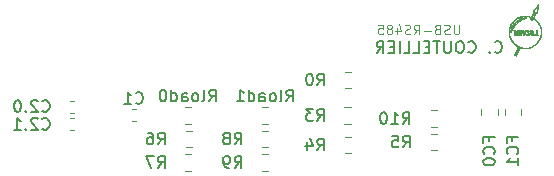
<source format=gbr>
G04 #@! TF.GenerationSoftware,KiCad,Pcbnew,(5.1.0)-1*
G04 #@! TF.CreationDate,2022-11-08T17:01:55+01:00*
G04 #@! TF.ProjectId,USB - UART,55534220-2d20-4554-9152-542e6b696361,rev?*
G04 #@! TF.SameCoordinates,Original*
G04 #@! TF.FileFunction,Legend,Bot*
G04 #@! TF.FilePolarity,Positive*
%FSLAX46Y46*%
G04 Gerber Fmt 4.6, Leading zero omitted, Abs format (unit mm)*
G04 Created by KiCad (PCBNEW (5.1.0)-1) date 2022-11-08 17:01:55*
%MOMM*%
%LPD*%
G04 APERTURE LIST*
%ADD10C,0.150000*%
%ADD11C,0.100000*%
%ADD12C,0.010000*%
%ADD13C,0.120000*%
G04 APERTURE END LIST*
D10*
X150190476Y-97357142D02*
X150238095Y-97404761D01*
X150380952Y-97452380D01*
X150476190Y-97452380D01*
X150619047Y-97404761D01*
X150714285Y-97309523D01*
X150761904Y-97214285D01*
X150809523Y-97023809D01*
X150809523Y-96880952D01*
X150761904Y-96690476D01*
X150714285Y-96595238D01*
X150619047Y-96500000D01*
X150476190Y-96452380D01*
X150380952Y-96452380D01*
X150238095Y-96500000D01*
X150190476Y-96547619D01*
X149761904Y-97357142D02*
X149714285Y-97404761D01*
X149761904Y-97452380D01*
X149809523Y-97404761D01*
X149761904Y-97357142D01*
X149761904Y-97452380D01*
X147952380Y-97357142D02*
X148000000Y-97404761D01*
X148142857Y-97452380D01*
X148238095Y-97452380D01*
X148380952Y-97404761D01*
X148476190Y-97309523D01*
X148523809Y-97214285D01*
X148571428Y-97023809D01*
X148571428Y-96880952D01*
X148523809Y-96690476D01*
X148476190Y-96595238D01*
X148380952Y-96500000D01*
X148238095Y-96452380D01*
X148142857Y-96452380D01*
X148000000Y-96500000D01*
X147952380Y-96547619D01*
X147333333Y-96452380D02*
X147142857Y-96452380D01*
X147047619Y-96500000D01*
X146952380Y-96595238D01*
X146904761Y-96785714D01*
X146904761Y-97119047D01*
X146952380Y-97309523D01*
X147047619Y-97404761D01*
X147142857Y-97452380D01*
X147333333Y-97452380D01*
X147428571Y-97404761D01*
X147523809Y-97309523D01*
X147571428Y-97119047D01*
X147571428Y-96785714D01*
X147523809Y-96595238D01*
X147428571Y-96500000D01*
X147333333Y-96452380D01*
X146476190Y-96452380D02*
X146476190Y-97261904D01*
X146428571Y-97357142D01*
X146380952Y-97404761D01*
X146285714Y-97452380D01*
X146095238Y-97452380D01*
X146000000Y-97404761D01*
X145952380Y-97357142D01*
X145904761Y-97261904D01*
X145904761Y-96452380D01*
X145571428Y-96452380D02*
X145000000Y-96452380D01*
X145285714Y-97452380D02*
X145285714Y-96452380D01*
X144666666Y-96928571D02*
X144333333Y-96928571D01*
X144190476Y-97452380D02*
X144666666Y-97452380D01*
X144666666Y-96452380D01*
X144190476Y-96452380D01*
X143285714Y-97452380D02*
X143761904Y-97452380D01*
X143761904Y-96452380D01*
X142476190Y-97452380D02*
X142952380Y-97452380D01*
X142952380Y-96452380D01*
X142142857Y-97452380D02*
X142142857Y-96452380D01*
X141666666Y-96928571D02*
X141333333Y-96928571D01*
X141190476Y-97452380D02*
X141666666Y-97452380D01*
X141666666Y-96452380D01*
X141190476Y-96452380D01*
X140190476Y-97452380D02*
X140523809Y-96976190D01*
X140761904Y-97452380D02*
X140761904Y-96452380D01*
X140380952Y-96452380D01*
X140285714Y-96500000D01*
X140238095Y-96547619D01*
X140190476Y-96642857D01*
X140190476Y-96785714D01*
X140238095Y-96880952D01*
X140285714Y-96928571D01*
X140380952Y-96976190D01*
X140761904Y-96976190D01*
D11*
X147178571Y-95061904D02*
X147178571Y-95709523D01*
X147140476Y-95785714D01*
X147102380Y-95823809D01*
X147026190Y-95861904D01*
X146873809Y-95861904D01*
X146797619Y-95823809D01*
X146759523Y-95785714D01*
X146721428Y-95709523D01*
X146721428Y-95061904D01*
X146378571Y-95823809D02*
X146264285Y-95861904D01*
X146073809Y-95861904D01*
X145997619Y-95823809D01*
X145959523Y-95785714D01*
X145921428Y-95709523D01*
X145921428Y-95633333D01*
X145959523Y-95557142D01*
X145997619Y-95519047D01*
X146073809Y-95480952D01*
X146226190Y-95442857D01*
X146302380Y-95404761D01*
X146340476Y-95366666D01*
X146378571Y-95290476D01*
X146378571Y-95214285D01*
X146340476Y-95138095D01*
X146302380Y-95100000D01*
X146226190Y-95061904D01*
X146035714Y-95061904D01*
X145921428Y-95100000D01*
X145311904Y-95442857D02*
X145197619Y-95480952D01*
X145159523Y-95519047D01*
X145121428Y-95595238D01*
X145121428Y-95709523D01*
X145159523Y-95785714D01*
X145197619Y-95823809D01*
X145273809Y-95861904D01*
X145578571Y-95861904D01*
X145578571Y-95061904D01*
X145311904Y-95061904D01*
X145235714Y-95100000D01*
X145197619Y-95138095D01*
X145159523Y-95214285D01*
X145159523Y-95290476D01*
X145197619Y-95366666D01*
X145235714Y-95404761D01*
X145311904Y-95442857D01*
X145578571Y-95442857D01*
X144778571Y-95557142D02*
X144169047Y-95557142D01*
X143330952Y-95861904D02*
X143597619Y-95480952D01*
X143788095Y-95861904D02*
X143788095Y-95061904D01*
X143483333Y-95061904D01*
X143407142Y-95100000D01*
X143369047Y-95138095D01*
X143330952Y-95214285D01*
X143330952Y-95328571D01*
X143369047Y-95404761D01*
X143407142Y-95442857D01*
X143483333Y-95480952D01*
X143788095Y-95480952D01*
X143026190Y-95823809D02*
X142911904Y-95861904D01*
X142721428Y-95861904D01*
X142645238Y-95823809D01*
X142607142Y-95785714D01*
X142569047Y-95709523D01*
X142569047Y-95633333D01*
X142607142Y-95557142D01*
X142645238Y-95519047D01*
X142721428Y-95480952D01*
X142873809Y-95442857D01*
X142950000Y-95404761D01*
X142988095Y-95366666D01*
X143026190Y-95290476D01*
X143026190Y-95214285D01*
X142988095Y-95138095D01*
X142950000Y-95100000D01*
X142873809Y-95061904D01*
X142683333Y-95061904D01*
X142569047Y-95100000D01*
X141883333Y-95328571D02*
X141883333Y-95861904D01*
X142073809Y-95023809D02*
X142264285Y-95595238D01*
X141769047Y-95595238D01*
X141350000Y-95404761D02*
X141426190Y-95366666D01*
X141464285Y-95328571D01*
X141502380Y-95252380D01*
X141502380Y-95214285D01*
X141464285Y-95138095D01*
X141426190Y-95100000D01*
X141350000Y-95061904D01*
X141197619Y-95061904D01*
X141121428Y-95100000D01*
X141083333Y-95138095D01*
X141045238Y-95214285D01*
X141045238Y-95252380D01*
X141083333Y-95328571D01*
X141121428Y-95366666D01*
X141197619Y-95404761D01*
X141350000Y-95404761D01*
X141426190Y-95442857D01*
X141464285Y-95480952D01*
X141502380Y-95557142D01*
X141502380Y-95709523D01*
X141464285Y-95785714D01*
X141426190Y-95823809D01*
X141350000Y-95861904D01*
X141197619Y-95861904D01*
X141121428Y-95823809D01*
X141083333Y-95785714D01*
X141045238Y-95709523D01*
X141045238Y-95557142D01*
X141083333Y-95480952D01*
X141121428Y-95442857D01*
X141197619Y-95404761D01*
X140321428Y-95061904D02*
X140702380Y-95061904D01*
X140740476Y-95442857D01*
X140702380Y-95404761D01*
X140626190Y-95366666D01*
X140435714Y-95366666D01*
X140359523Y-95404761D01*
X140321428Y-95442857D01*
X140283333Y-95519047D01*
X140283333Y-95709523D01*
X140321428Y-95785714D01*
X140359523Y-95823809D01*
X140435714Y-95861904D01*
X140626190Y-95861904D01*
X140702380Y-95823809D01*
X140740476Y-95785714D01*
D12*
G36*
X152732570Y-94438907D02*
G01*
X152670524Y-94446925D01*
X152591948Y-94460499D01*
X152536848Y-94471326D01*
X152407131Y-94506911D01*
X152278778Y-94560454D01*
X152152022Y-94631806D01*
X152027096Y-94720818D01*
X151904236Y-94827338D01*
X151783673Y-94951220D01*
X151779636Y-94955714D01*
X151733805Y-95013848D01*
X151687980Y-95084611D01*
X151645103Y-95162729D01*
X151608114Y-95242928D01*
X151584602Y-95305451D01*
X151576056Y-95334135D01*
X151564858Y-95375960D01*
X151551990Y-95426792D01*
X151538433Y-95482495D01*
X151525169Y-95538935D01*
X151513179Y-95591977D01*
X151503446Y-95637487D01*
X151496951Y-95671329D01*
X151495423Y-95681081D01*
X151498724Y-95694311D01*
X151510414Y-95696294D01*
X151525315Y-95687827D01*
X151535607Y-95674884D01*
X151546485Y-95655405D01*
X151562945Y-95625327D01*
X151582033Y-95590057D01*
X151588992Y-95577107D01*
X151637654Y-95487246D01*
X151680229Y-95411068D01*
X151718584Y-95345949D01*
X151754584Y-95289264D01*
X151790095Y-95238388D01*
X151826983Y-95190699D01*
X151867114Y-95143571D01*
X151912355Y-95094381D01*
X151964570Y-95040503D01*
X151985674Y-95019214D01*
X152032636Y-94972474D01*
X152078453Y-94927660D01*
X152120604Y-94887178D01*
X152156571Y-94853434D01*
X152183831Y-94828833D01*
X152194735Y-94819643D01*
X152264865Y-94767203D01*
X152344487Y-94714831D01*
X152435838Y-94661182D01*
X152541155Y-94604913D01*
X152610091Y-94570266D01*
X152664818Y-94542964D01*
X152714399Y-94517603D01*
X152756393Y-94495481D01*
X152767009Y-94489642D01*
X152661257Y-94489642D01*
X152658149Y-94495881D01*
X152639362Y-94508195D01*
X152605260Y-94526841D01*
X152556207Y-94552078D01*
X152555229Y-94552574D01*
X152457743Y-94603318D01*
X152373931Y-94650134D01*
X152300431Y-94695329D01*
X152233881Y-94741210D01*
X152170917Y-94790084D01*
X152108178Y-94844259D01*
X152047728Y-94900800D01*
X151981163Y-94965348D01*
X151926224Y-95019674D01*
X151881105Y-95065750D01*
X151843997Y-95105549D01*
X151813092Y-95141042D01*
X151786583Y-95174199D01*
X151762660Y-95206994D01*
X151750122Y-95225334D01*
X151723013Y-95266859D01*
X151693798Y-95313406D01*
X151664468Y-95361604D01*
X151637014Y-95408081D01*
X151613428Y-95449465D01*
X151595701Y-95482384D01*
X151585826Y-95503467D01*
X151585788Y-95503566D01*
X151578873Y-95518641D01*
X151575734Y-95518023D01*
X151576275Y-95503741D01*
X151580400Y-95477825D01*
X151588012Y-95442307D01*
X151588871Y-95438680D01*
X151619293Y-95328196D01*
X151655677Y-95230057D01*
X151700208Y-95140402D01*
X151755072Y-95055374D01*
X151822455Y-94971115D01*
X151901428Y-94886884D01*
X152008541Y-94786686D01*
X152114433Y-94702987D01*
X152221296Y-94634467D01*
X152331320Y-94579805D01*
X152446696Y-94537681D01*
X152509607Y-94520275D01*
X152572859Y-94504794D01*
X152618976Y-94494356D01*
X152648320Y-94489219D01*
X152661257Y-94489642D01*
X152767009Y-94489642D01*
X152788361Y-94477898D01*
X152807862Y-94466152D01*
X152812516Y-94462506D01*
X152818058Y-94448247D01*
X152806484Y-94439564D01*
X152777939Y-94436452D01*
X152732570Y-94438907D01*
X152732570Y-94438907D01*
G37*
X152732570Y-94438907D02*
X152670524Y-94446925D01*
X152591948Y-94460499D01*
X152536848Y-94471326D01*
X152407131Y-94506911D01*
X152278778Y-94560454D01*
X152152022Y-94631806D01*
X152027096Y-94720818D01*
X151904236Y-94827338D01*
X151783673Y-94951220D01*
X151779636Y-94955714D01*
X151733805Y-95013848D01*
X151687980Y-95084611D01*
X151645103Y-95162729D01*
X151608114Y-95242928D01*
X151584602Y-95305451D01*
X151576056Y-95334135D01*
X151564858Y-95375960D01*
X151551990Y-95426792D01*
X151538433Y-95482495D01*
X151525169Y-95538935D01*
X151513179Y-95591977D01*
X151503446Y-95637487D01*
X151496951Y-95671329D01*
X151495423Y-95681081D01*
X151498724Y-95694311D01*
X151510414Y-95696294D01*
X151525315Y-95687827D01*
X151535607Y-95674884D01*
X151546485Y-95655405D01*
X151562945Y-95625327D01*
X151582033Y-95590057D01*
X151588992Y-95577107D01*
X151637654Y-95487246D01*
X151680229Y-95411068D01*
X151718584Y-95345949D01*
X151754584Y-95289264D01*
X151790095Y-95238388D01*
X151826983Y-95190699D01*
X151867114Y-95143571D01*
X151912355Y-95094381D01*
X151964570Y-95040503D01*
X151985674Y-95019214D01*
X152032636Y-94972474D01*
X152078453Y-94927660D01*
X152120604Y-94887178D01*
X152156571Y-94853434D01*
X152183831Y-94828833D01*
X152194735Y-94819643D01*
X152264865Y-94767203D01*
X152344487Y-94714831D01*
X152435838Y-94661182D01*
X152541155Y-94604913D01*
X152610091Y-94570266D01*
X152664818Y-94542964D01*
X152714399Y-94517603D01*
X152756393Y-94495481D01*
X152767009Y-94489642D01*
X152661257Y-94489642D01*
X152658149Y-94495881D01*
X152639362Y-94508195D01*
X152605260Y-94526841D01*
X152556207Y-94552078D01*
X152555229Y-94552574D01*
X152457743Y-94603318D01*
X152373931Y-94650134D01*
X152300431Y-94695329D01*
X152233881Y-94741210D01*
X152170917Y-94790084D01*
X152108178Y-94844259D01*
X152047728Y-94900800D01*
X151981163Y-94965348D01*
X151926224Y-95019674D01*
X151881105Y-95065750D01*
X151843997Y-95105549D01*
X151813092Y-95141042D01*
X151786583Y-95174199D01*
X151762660Y-95206994D01*
X151750122Y-95225334D01*
X151723013Y-95266859D01*
X151693798Y-95313406D01*
X151664468Y-95361604D01*
X151637014Y-95408081D01*
X151613428Y-95449465D01*
X151595701Y-95482384D01*
X151585826Y-95503467D01*
X151585788Y-95503566D01*
X151578873Y-95518641D01*
X151575734Y-95518023D01*
X151576275Y-95503741D01*
X151580400Y-95477825D01*
X151588012Y-95442307D01*
X151588871Y-95438680D01*
X151619293Y-95328196D01*
X151655677Y-95230057D01*
X151700208Y-95140402D01*
X151755072Y-95055374D01*
X151822455Y-94971115D01*
X151901428Y-94886884D01*
X152008541Y-94786686D01*
X152114433Y-94702987D01*
X152221296Y-94634467D01*
X152331320Y-94579805D01*
X152446696Y-94537681D01*
X152509607Y-94520275D01*
X152572859Y-94504794D01*
X152618976Y-94494356D01*
X152648320Y-94489219D01*
X152661257Y-94489642D01*
X152767009Y-94489642D01*
X152788361Y-94477898D01*
X152807862Y-94466152D01*
X152812516Y-94462506D01*
X152818058Y-94448247D01*
X152806484Y-94439564D01*
X152777939Y-94436452D01*
X152732570Y-94438907D01*
G36*
X151782957Y-95529017D02*
G01*
X151787555Y-95554210D01*
X151793285Y-95588897D01*
X151797756Y-95617928D01*
X151803032Y-95649703D01*
X151811079Y-95693604D01*
X151820838Y-95744023D01*
X151831247Y-95795352D01*
X151832081Y-95799357D01*
X151857661Y-95921821D01*
X151891081Y-95924637D01*
X151912646Y-95924300D01*
X151923990Y-95919923D01*
X151924500Y-95918389D01*
X151923007Y-95906675D01*
X151918894Y-95880463D01*
X151912714Y-95843121D01*
X151905018Y-95798015D01*
X151901012Y-95774967D01*
X151889182Y-95706875D01*
X151880672Y-95655794D01*
X151875633Y-95620869D01*
X151874217Y-95601246D01*
X151876576Y-95596071D01*
X151882860Y-95604490D01*
X151893223Y-95625650D01*
X151907814Y-95658696D01*
X151917611Y-95681428D01*
X151938628Y-95730609D01*
X151959849Y-95780756D01*
X151978803Y-95826003D01*
X151993020Y-95860485D01*
X151993051Y-95860560D01*
X152006779Y-95893484D01*
X152016966Y-95913039D01*
X152026791Y-95922709D01*
X152039431Y-95925979D01*
X152053046Y-95926327D01*
X152086341Y-95926357D01*
X152091391Y-95869661D01*
X152093857Y-95837967D01*
X152096798Y-95794049D01*
X152099838Y-95743808D01*
X152102505Y-95695036D01*
X152104720Y-95653526D01*
X152106843Y-95623774D01*
X152109354Y-95606574D01*
X152112737Y-95602721D01*
X152117475Y-95613012D01*
X152124049Y-95638242D01*
X152132943Y-95679206D01*
X152144639Y-95736699D01*
X152152946Y-95778178D01*
X152182588Y-95926357D01*
X152216830Y-95926357D01*
X152238789Y-95924528D01*
X152250482Y-95919990D01*
X152251071Y-95918549D01*
X152249433Y-95906824D01*
X152245019Y-95881502D01*
X152238579Y-95846783D01*
X152233637Y-95821031D01*
X152224773Y-95774467D01*
X152214273Y-95717870D01*
X152203582Y-95659088D01*
X152195845Y-95615661D01*
X152175486Y-95500000D01*
X152062631Y-95500000D01*
X152057339Y-95538553D01*
X152054965Y-95561837D01*
X152052166Y-95598632D01*
X152049256Y-95644321D01*
X152046547Y-95694287D01*
X152045953Y-95706602D01*
X152043439Y-95752155D01*
X152040642Y-95789930D01*
X152037845Y-95816893D01*
X152035328Y-95830010D01*
X152034439Y-95830677D01*
X152029333Y-95821008D01*
X152018336Y-95797303D01*
X152002642Y-95762231D01*
X151983442Y-95718459D01*
X151961929Y-95668656D01*
X151960318Y-95664897D01*
X151891616Y-95504536D01*
X151834259Y-95501803D01*
X151776903Y-95499070D01*
X151782957Y-95529017D01*
X151782957Y-95529017D01*
G37*
X151782957Y-95529017D02*
X151787555Y-95554210D01*
X151793285Y-95588897D01*
X151797756Y-95617928D01*
X151803032Y-95649703D01*
X151811079Y-95693604D01*
X151820838Y-95744023D01*
X151831247Y-95795352D01*
X151832081Y-95799357D01*
X151857661Y-95921821D01*
X151891081Y-95924637D01*
X151912646Y-95924300D01*
X151923990Y-95919923D01*
X151924500Y-95918389D01*
X151923007Y-95906675D01*
X151918894Y-95880463D01*
X151912714Y-95843121D01*
X151905018Y-95798015D01*
X151901012Y-95774967D01*
X151889182Y-95706875D01*
X151880672Y-95655794D01*
X151875633Y-95620869D01*
X151874217Y-95601246D01*
X151876576Y-95596071D01*
X151882860Y-95604490D01*
X151893223Y-95625650D01*
X151907814Y-95658696D01*
X151917611Y-95681428D01*
X151938628Y-95730609D01*
X151959849Y-95780756D01*
X151978803Y-95826003D01*
X151993020Y-95860485D01*
X151993051Y-95860560D01*
X152006779Y-95893484D01*
X152016966Y-95913039D01*
X152026791Y-95922709D01*
X152039431Y-95925979D01*
X152053046Y-95926327D01*
X152086341Y-95926357D01*
X152091391Y-95869661D01*
X152093857Y-95837967D01*
X152096798Y-95794049D01*
X152099838Y-95743808D01*
X152102505Y-95695036D01*
X152104720Y-95653526D01*
X152106843Y-95623774D01*
X152109354Y-95606574D01*
X152112737Y-95602721D01*
X152117475Y-95613012D01*
X152124049Y-95638242D01*
X152132943Y-95679206D01*
X152144639Y-95736699D01*
X152152946Y-95778178D01*
X152182588Y-95926357D01*
X152216830Y-95926357D01*
X152238789Y-95924528D01*
X152250482Y-95919990D01*
X152251071Y-95918549D01*
X152249433Y-95906824D01*
X152245019Y-95881502D01*
X152238579Y-95846783D01*
X152233637Y-95821031D01*
X152224773Y-95774467D01*
X152214273Y-95717870D01*
X152203582Y-95659088D01*
X152195845Y-95615661D01*
X152175486Y-95500000D01*
X152062631Y-95500000D01*
X152057339Y-95538553D01*
X152054965Y-95561837D01*
X152052166Y-95598632D01*
X152049256Y-95644321D01*
X152046547Y-95694287D01*
X152045953Y-95706602D01*
X152043439Y-95752155D01*
X152040642Y-95789930D01*
X152037845Y-95816893D01*
X152035328Y-95830010D01*
X152034439Y-95830677D01*
X152029333Y-95821008D01*
X152018336Y-95797303D01*
X152002642Y-95762231D01*
X151983442Y-95718459D01*
X151961929Y-95668656D01*
X151960318Y-95664897D01*
X151891616Y-95504536D01*
X151834259Y-95501803D01*
X151776903Y-95499070D01*
X151782957Y-95529017D01*
G36*
X152465490Y-95500014D02*
G01*
X152402449Y-95501186D01*
X152355041Y-95505196D01*
X152320875Y-95512812D01*
X152297560Y-95524799D01*
X152282706Y-95541924D01*
X152274941Y-95561113D01*
X152273105Y-95597406D01*
X152284386Y-95636963D01*
X152306342Y-95673710D01*
X152329320Y-95696521D01*
X152360592Y-95720374D01*
X152340941Y-95741291D01*
X152331333Y-95752668D01*
X152326334Y-95764304D01*
X152325515Y-95780959D01*
X152328446Y-95807391D01*
X152332532Y-95834470D01*
X152337086Y-95869469D01*
X152339144Y-95897881D01*
X152338389Y-95914707D01*
X152337708Y-95916544D01*
X152341375Y-95923157D01*
X152362561Y-95926167D01*
X152373000Y-95926357D01*
X152398415Y-95925427D01*
X152410536Y-95920908D01*
X152414187Y-95910208D01*
X152414357Y-95904125D01*
X152412455Y-95882075D01*
X152407637Y-95851638D01*
X152404658Y-95836666D01*
X152398853Y-95800694D01*
X152401385Y-95776830D01*
X152414619Y-95762686D01*
X152440925Y-95755874D01*
X152482667Y-95754007D01*
X152486604Y-95754000D01*
X152558213Y-95754000D01*
X152568792Y-95806161D01*
X152575908Y-95841379D01*
X152582604Y-95874714D01*
X152585666Y-95890071D01*
X152591699Y-95911102D01*
X152602765Y-95920806D01*
X152625263Y-95924579D01*
X152626743Y-95924703D01*
X152649117Y-95925694D01*
X152658046Y-95921304D01*
X152658124Y-95908106D01*
X152657126Y-95902025D01*
X152653944Y-95884100D01*
X152648205Y-95852300D01*
X152640627Y-95810596D01*
X152631932Y-95762957D01*
X152628632Y-95744928D01*
X152619073Y-95692572D01*
X152615559Y-95673207D01*
X152539856Y-95673207D01*
X152533336Y-95685054D01*
X152515704Y-95689738D01*
X152484088Y-95690535D01*
X152464867Y-95690500D01*
X152427344Y-95690184D01*
X152403423Y-95688401D01*
X152388562Y-95683893D01*
X152378222Y-95675405D01*
X152369617Y-95664153D01*
X152353255Y-95627739D01*
X152352827Y-95589810D01*
X152356363Y-95577849D01*
X152362567Y-95570684D01*
X152376743Y-95566289D01*
X152402305Y-95564087D01*
X152441289Y-95563500D01*
X152520709Y-95563500D01*
X152531033Y-95614906D01*
X152538132Y-95650916D01*
X152539856Y-95673207D01*
X152615559Y-95673207D01*
X152609762Y-95641272D01*
X152601635Y-95596206D01*
X152595629Y-95562551D01*
X152594598Y-95556696D01*
X152584660Y-95500000D01*
X152465490Y-95500014D01*
X152465490Y-95500014D01*
G37*
X152465490Y-95500014D02*
X152402449Y-95501186D01*
X152355041Y-95505196D01*
X152320875Y-95512812D01*
X152297560Y-95524799D01*
X152282706Y-95541924D01*
X152274941Y-95561113D01*
X152273105Y-95597406D01*
X152284386Y-95636963D01*
X152306342Y-95673710D01*
X152329320Y-95696521D01*
X152360592Y-95720374D01*
X152340941Y-95741291D01*
X152331333Y-95752668D01*
X152326334Y-95764304D01*
X152325515Y-95780959D01*
X152328446Y-95807391D01*
X152332532Y-95834470D01*
X152337086Y-95869469D01*
X152339144Y-95897881D01*
X152338389Y-95914707D01*
X152337708Y-95916544D01*
X152341375Y-95923157D01*
X152362561Y-95926167D01*
X152373000Y-95926357D01*
X152398415Y-95925427D01*
X152410536Y-95920908D01*
X152414187Y-95910208D01*
X152414357Y-95904125D01*
X152412455Y-95882075D01*
X152407637Y-95851638D01*
X152404658Y-95836666D01*
X152398853Y-95800694D01*
X152401385Y-95776830D01*
X152414619Y-95762686D01*
X152440925Y-95755874D01*
X152482667Y-95754007D01*
X152486604Y-95754000D01*
X152558213Y-95754000D01*
X152568792Y-95806161D01*
X152575908Y-95841379D01*
X152582604Y-95874714D01*
X152585666Y-95890071D01*
X152591699Y-95911102D01*
X152602765Y-95920806D01*
X152625263Y-95924579D01*
X152626743Y-95924703D01*
X152649117Y-95925694D01*
X152658046Y-95921304D01*
X152658124Y-95908106D01*
X152657126Y-95902025D01*
X152653944Y-95884100D01*
X152648205Y-95852300D01*
X152640627Y-95810596D01*
X152631932Y-95762957D01*
X152628632Y-95744928D01*
X152619073Y-95692572D01*
X152615559Y-95673207D01*
X152539856Y-95673207D01*
X152533336Y-95685054D01*
X152515704Y-95689738D01*
X152484088Y-95690535D01*
X152464867Y-95690500D01*
X152427344Y-95690184D01*
X152403423Y-95688401D01*
X152388562Y-95683893D01*
X152378222Y-95675405D01*
X152369617Y-95664153D01*
X152353255Y-95627739D01*
X152352827Y-95589810D01*
X152356363Y-95577849D01*
X152362567Y-95570684D01*
X152376743Y-95566289D01*
X152402305Y-95564087D01*
X152441289Y-95563500D01*
X152520709Y-95563500D01*
X152531033Y-95614906D01*
X152538132Y-95650916D01*
X152539856Y-95673207D01*
X152615559Y-95673207D01*
X152609762Y-95641272D01*
X152601635Y-95596206D01*
X152595629Y-95562551D01*
X152594598Y-95556696D01*
X152584660Y-95500000D01*
X152465490Y-95500014D01*
G36*
X152901535Y-95500014D02*
G01*
X152843138Y-95501520D01*
X152799254Y-95506740D01*
X152766447Y-95516753D01*
X152741280Y-95532639D01*
X152720315Y-95555478D01*
X152718895Y-95557394D01*
X152708341Y-95575920D01*
X152702679Y-95598795D01*
X152700762Y-95631761D01*
X152700777Y-95648108D01*
X152709832Y-95725071D01*
X152735360Y-95794453D01*
X152777402Y-95856360D01*
X152779433Y-95858689D01*
X152810118Y-95889905D01*
X152840750Y-95911574D01*
X152875629Y-95925281D01*
X152919055Y-95932613D01*
X152975328Y-95935158D01*
X152986907Y-95935229D01*
X153083207Y-95935428D01*
X153076474Y-95901411D01*
X153070113Y-95868662D01*
X153068415Y-95859737D01*
X152994928Y-95859737D01*
X152987000Y-95868536D01*
X152966464Y-95872774D01*
X152938196Y-95872745D01*
X152907070Y-95868741D01*
X152877961Y-95861054D01*
X152857931Y-95851508D01*
X152823925Y-95818946D01*
X152797860Y-95773623D01*
X152781699Y-95719905D01*
X152777214Y-95671954D01*
X152778663Y-95634408D01*
X152783877Y-95608986D01*
X152794156Y-95589840D01*
X152796015Y-95587402D01*
X152808454Y-95574138D01*
X152823019Y-95566927D01*
X152845433Y-95563983D01*
X152872587Y-95563500D01*
X152903301Y-95564736D01*
X152926173Y-95567959D01*
X152935594Y-95571973D01*
X152939084Y-95583360D01*
X152945183Y-95608756D01*
X152953104Y-95644348D01*
X152962062Y-95686321D01*
X152971269Y-95730862D01*
X152979941Y-95774159D01*
X152987290Y-95812396D01*
X152992530Y-95841761D01*
X152994874Y-95858441D01*
X152994928Y-95859737D01*
X153068415Y-95859737D01*
X153061857Y-95825267D01*
X153052386Y-95774898D01*
X153042380Y-95721226D01*
X153032518Y-95667925D01*
X153023481Y-95618668D01*
X153015950Y-95577128D01*
X153010604Y-95546976D01*
X153008433Y-95534018D01*
X153003178Y-95500000D01*
X152901535Y-95500014D01*
X152901535Y-95500014D01*
G37*
X152901535Y-95500014D02*
X152843138Y-95501520D01*
X152799254Y-95506740D01*
X152766447Y-95516753D01*
X152741280Y-95532639D01*
X152720315Y-95555478D01*
X152718895Y-95557394D01*
X152708341Y-95575920D01*
X152702679Y-95598795D01*
X152700762Y-95631761D01*
X152700777Y-95648108D01*
X152709832Y-95725071D01*
X152735360Y-95794453D01*
X152777402Y-95856360D01*
X152779433Y-95858689D01*
X152810118Y-95889905D01*
X152840750Y-95911574D01*
X152875629Y-95925281D01*
X152919055Y-95932613D01*
X152975328Y-95935158D01*
X152986907Y-95935229D01*
X153083207Y-95935428D01*
X153076474Y-95901411D01*
X153070113Y-95868662D01*
X153068415Y-95859737D01*
X152994928Y-95859737D01*
X152987000Y-95868536D01*
X152966464Y-95872774D01*
X152938196Y-95872745D01*
X152907070Y-95868741D01*
X152877961Y-95861054D01*
X152857931Y-95851508D01*
X152823925Y-95818946D01*
X152797860Y-95773623D01*
X152781699Y-95719905D01*
X152777214Y-95671954D01*
X152778663Y-95634408D01*
X152783877Y-95608986D01*
X152794156Y-95589840D01*
X152796015Y-95587402D01*
X152808454Y-95574138D01*
X152823019Y-95566927D01*
X152845433Y-95563983D01*
X152872587Y-95563500D01*
X152903301Y-95564736D01*
X152926173Y-95567959D01*
X152935594Y-95571973D01*
X152939084Y-95583360D01*
X152945183Y-95608756D01*
X152953104Y-95644348D01*
X152962062Y-95686321D01*
X152971269Y-95730862D01*
X152979941Y-95774159D01*
X152987290Y-95812396D01*
X152992530Y-95841761D01*
X152994874Y-95858441D01*
X152994928Y-95859737D01*
X153068415Y-95859737D01*
X153061857Y-95825267D01*
X153052386Y-95774898D01*
X153042380Y-95721226D01*
X153032518Y-95667925D01*
X153023481Y-95618668D01*
X153015950Y-95577128D01*
X153010604Y-95546976D01*
X153008433Y-95534018D01*
X153003178Y-95500000D01*
X152901535Y-95500014D01*
G36*
X153193402Y-95516789D02*
G01*
X153154476Y-95532224D01*
X153127255Y-95557013D01*
X153113875Y-95590166D01*
X153112857Y-95603623D01*
X153113915Y-95624397D01*
X153120579Y-95633628D01*
X153138080Y-95635997D01*
X153149143Y-95636071D01*
X153172960Y-95634502D01*
X153183466Y-95628280D01*
X153185428Y-95618443D01*
X153193778Y-95597152D01*
X153217017Y-95581689D01*
X153252424Y-95573498D01*
X153271607Y-95572571D01*
X153314246Y-95576701D01*
X153341631Y-95589593D01*
X153354789Y-95612003D01*
X153356014Y-95634665D01*
X153353250Y-95667821D01*
X153280678Y-95684372D01*
X153225623Y-95698196D01*
X153186220Y-95711355D01*
X153160065Y-95724950D01*
X153144752Y-95740084D01*
X153140383Y-95748644D01*
X153137224Y-95777283D01*
X153143970Y-95813083D01*
X153158971Y-95849220D01*
X153168378Y-95864346D01*
X153195862Y-95889888D01*
X153235764Y-95910684D01*
X153282633Y-95925115D01*
X153331017Y-95931565D01*
X153375462Y-95928415D01*
X153380464Y-95927267D01*
X153421529Y-95912484D01*
X153448614Y-95891062D01*
X153462875Y-95866954D01*
X153473793Y-95836621D01*
X153474309Y-95818820D01*
X153463234Y-95810456D01*
X153440412Y-95808428D01*
X153416501Y-95810251D01*
X153404556Y-95817907D01*
X153399483Y-95830845D01*
X153387234Y-95853604D01*
X153363213Y-95866734D01*
X153325564Y-95870980D01*
X153301735Y-95870055D01*
X153256240Y-95861779D01*
X153226385Y-95844559D01*
X153211925Y-95818214D01*
X153210375Y-95803214D01*
X153213011Y-95784852D01*
X153222809Y-95771023D01*
X153242602Y-95760060D01*
X153275225Y-95750292D01*
X153314652Y-95741782D01*
X153368260Y-95727412D01*
X153404884Y-95708303D01*
X153425298Y-95683438D01*
X153430275Y-95651800D01*
X153420589Y-95612370D01*
X153417983Y-95605874D01*
X153392032Y-95566646D01*
X153351969Y-95536947D01*
X153300008Y-95518400D01*
X153297830Y-95517937D01*
X153241898Y-95511697D01*
X153193402Y-95516789D01*
X153193402Y-95516789D01*
G37*
X153193402Y-95516789D02*
X153154476Y-95532224D01*
X153127255Y-95557013D01*
X153113875Y-95590166D01*
X153112857Y-95603623D01*
X153113915Y-95624397D01*
X153120579Y-95633628D01*
X153138080Y-95635997D01*
X153149143Y-95636071D01*
X153172960Y-95634502D01*
X153183466Y-95628280D01*
X153185428Y-95618443D01*
X153193778Y-95597152D01*
X153217017Y-95581689D01*
X153252424Y-95573498D01*
X153271607Y-95572571D01*
X153314246Y-95576701D01*
X153341631Y-95589593D01*
X153354789Y-95612003D01*
X153356014Y-95634665D01*
X153353250Y-95667821D01*
X153280678Y-95684372D01*
X153225623Y-95698196D01*
X153186220Y-95711355D01*
X153160065Y-95724950D01*
X153144752Y-95740084D01*
X153140383Y-95748644D01*
X153137224Y-95777283D01*
X153143970Y-95813083D01*
X153158971Y-95849220D01*
X153168378Y-95864346D01*
X153195862Y-95889888D01*
X153235764Y-95910684D01*
X153282633Y-95925115D01*
X153331017Y-95931565D01*
X153375462Y-95928415D01*
X153380464Y-95927267D01*
X153421529Y-95912484D01*
X153448614Y-95891062D01*
X153462875Y-95866954D01*
X153473793Y-95836621D01*
X153474309Y-95818820D01*
X153463234Y-95810456D01*
X153440412Y-95808428D01*
X153416501Y-95810251D01*
X153404556Y-95817907D01*
X153399483Y-95830845D01*
X153387234Y-95853604D01*
X153363213Y-95866734D01*
X153325564Y-95870980D01*
X153301735Y-95870055D01*
X153256240Y-95861779D01*
X153226385Y-95844559D01*
X153211925Y-95818214D01*
X153210375Y-95803214D01*
X153213011Y-95784852D01*
X153222809Y-95771023D01*
X153242602Y-95760060D01*
X153275225Y-95750292D01*
X153314652Y-95741782D01*
X153368260Y-95727412D01*
X153404884Y-95708303D01*
X153425298Y-95683438D01*
X153430275Y-95651800D01*
X153420589Y-95612370D01*
X153417983Y-95605874D01*
X153392032Y-95566646D01*
X153351969Y-95536947D01*
X153300008Y-95518400D01*
X153297830Y-95517937D01*
X153241898Y-95511697D01*
X153193402Y-95516789D01*
G36*
X153679254Y-95510089D02*
G01*
X153669931Y-95515012D01*
X153670000Y-95526649D01*
X153670629Y-95529482D01*
X153676024Y-95553677D01*
X153683588Y-95589014D01*
X153692622Y-95632065D01*
X153702425Y-95679402D01*
X153712296Y-95727597D01*
X153721534Y-95773222D01*
X153729440Y-95812849D01*
X153735312Y-95843048D01*
X153738451Y-95860393D01*
X153738786Y-95863043D01*
X153730168Y-95866926D01*
X153706103Y-95869846D01*
X153669269Y-95871565D01*
X153638029Y-95871928D01*
X153593967Y-95872213D01*
X153565224Y-95873349D01*
X153548981Y-95875762D01*
X153542418Y-95879876D01*
X153542718Y-95886115D01*
X153542779Y-95886277D01*
X153547614Y-95907972D01*
X153548285Y-95918027D01*
X153549336Y-95924722D01*
X153554280Y-95929439D01*
X153565803Y-95932524D01*
X153586594Y-95934320D01*
X153619340Y-95935171D01*
X153666727Y-95935420D01*
X153684357Y-95935428D01*
X153731710Y-95934965D01*
X153771896Y-95933689D01*
X153801779Y-95931769D01*
X153818225Y-95929376D01*
X153820428Y-95928055D01*
X153818710Y-95917399D01*
X153813894Y-95891576D01*
X153806487Y-95853198D01*
X153796996Y-95804879D01*
X153785928Y-95749231D01*
X153779607Y-95717714D01*
X153767937Y-95659570D01*
X153757567Y-95607680D01*
X153749003Y-95564582D01*
X153742745Y-95532815D01*
X153739300Y-95514916D01*
X153738786Y-95511909D01*
X153730725Y-95510135D01*
X153710581Y-95509145D01*
X153702327Y-95509071D01*
X153679254Y-95510089D01*
X153679254Y-95510089D01*
G37*
X153679254Y-95510089D02*
X153669931Y-95515012D01*
X153670000Y-95526649D01*
X153670629Y-95529482D01*
X153676024Y-95553677D01*
X153683588Y-95589014D01*
X153692622Y-95632065D01*
X153702425Y-95679402D01*
X153712296Y-95727597D01*
X153721534Y-95773222D01*
X153729440Y-95812849D01*
X153735312Y-95843048D01*
X153738451Y-95860393D01*
X153738786Y-95863043D01*
X153730168Y-95866926D01*
X153706103Y-95869846D01*
X153669269Y-95871565D01*
X153638029Y-95871928D01*
X153593967Y-95872213D01*
X153565224Y-95873349D01*
X153548981Y-95875762D01*
X153542418Y-95879876D01*
X153542718Y-95886115D01*
X153542779Y-95886277D01*
X153547614Y-95907972D01*
X153548285Y-95918027D01*
X153549336Y-95924722D01*
X153554280Y-95929439D01*
X153565803Y-95932524D01*
X153586594Y-95934320D01*
X153619340Y-95935171D01*
X153666727Y-95935420D01*
X153684357Y-95935428D01*
X153731710Y-95934965D01*
X153771896Y-95933689D01*
X153801779Y-95931769D01*
X153818225Y-95929376D01*
X153820428Y-95928055D01*
X153818710Y-95917399D01*
X153813894Y-95891576D01*
X153806487Y-95853198D01*
X153796996Y-95804879D01*
X153785928Y-95749231D01*
X153779607Y-95717714D01*
X153767937Y-95659570D01*
X153757567Y-95607680D01*
X153749003Y-95564582D01*
X153742745Y-95532815D01*
X153739300Y-95514916D01*
X153738786Y-95511909D01*
X153730725Y-95510135D01*
X153710581Y-95509145D01*
X153702327Y-95509071D01*
X153679254Y-95510089D01*
G36*
X153868209Y-93356783D02*
G01*
X153846255Y-93380909D01*
X153813799Y-93419794D01*
X153809690Y-93424847D01*
X153790773Y-93447913D01*
X153775670Y-93465903D01*
X153770536Y-93471760D01*
X153760740Y-93482924D01*
X153742612Y-93504015D01*
X153719527Y-93531101D01*
X153711571Y-93540477D01*
X153665119Y-93594982D01*
X153627821Y-93638092D01*
X153600660Y-93668675D01*
X153593643Y-93676305D01*
X153581925Y-93689450D01*
X153561799Y-93712581D01*
X153536581Y-93741840D01*
X153509586Y-93773366D01*
X153484131Y-93803301D01*
X153464925Y-93826115D01*
X153447416Y-93846883D01*
X153430474Y-93866761D01*
X153411349Y-93889059D01*
X153452603Y-93910025D01*
X153476021Y-93922556D01*
X153490969Y-93931764D01*
X153493857Y-93934529D01*
X153490163Y-93943410D01*
X153479833Y-93966253D01*
X153463991Y-94000619D01*
X153443764Y-94044072D01*
X153420278Y-94094175D01*
X153411174Y-94113515D01*
X153384758Y-94169660D01*
X153359268Y-94224004D01*
X153336337Y-94273053D01*
X153317597Y-94313315D01*
X153304681Y-94341296D01*
X153303098Y-94344766D01*
X153277704Y-94400568D01*
X153200310Y-94374561D01*
X153084527Y-94340214D01*
X152973185Y-94317300D01*
X152859297Y-94304705D01*
X152741533Y-94301284D01*
X152584427Y-94310575D01*
X152432405Y-94336700D01*
X152286464Y-94378816D01*
X152147601Y-94436081D01*
X152016812Y-94507651D01*
X151895093Y-94592685D01*
X151783442Y-94690339D01*
X151682855Y-94799771D01*
X151594329Y-94920138D01*
X151518860Y-95050598D01*
X151457445Y-95190307D01*
X151411081Y-95338424D01*
X151388334Y-95445387D01*
X151381013Y-95498355D01*
X151375324Y-95560600D01*
X151371420Y-95627430D01*
X151369453Y-95694148D01*
X151369573Y-95756059D01*
X151371935Y-95808469D01*
X151375556Y-95840506D01*
X151392395Y-95934486D01*
X151409849Y-96014790D01*
X151429225Y-96085871D01*
X151451825Y-96152185D01*
X151478956Y-96218184D01*
X151498862Y-96261397D01*
X151565968Y-96388123D01*
X151640587Y-96500953D01*
X151725559Y-96603519D01*
X151823721Y-96699455D01*
X151875504Y-96743519D01*
X151910703Y-96770875D01*
X151951818Y-96800637D01*
X151995262Y-96830445D01*
X152037446Y-96857940D01*
X152074783Y-96880762D01*
X152103683Y-96896553D01*
X152116599Y-96902043D01*
X152129923Y-96912010D01*
X152129692Y-96927337D01*
X152124793Y-96939643D01*
X152112940Y-96966437D01*
X152095001Y-97005841D01*
X152071847Y-97055973D01*
X152044347Y-97114953D01*
X152013370Y-97180903D01*
X151979787Y-97251940D01*
X151970173Y-97272196D01*
X151936311Y-97343575D01*
X151905014Y-97409735D01*
X151877109Y-97468909D01*
X151853428Y-97519328D01*
X151834799Y-97559225D01*
X151822053Y-97586831D01*
X151816020Y-97600379D01*
X151815643Y-97601451D01*
X151823229Y-97606547D01*
X151843094Y-97616891D01*
X151870896Y-97630456D01*
X151902291Y-97645216D01*
X151932940Y-97659142D01*
X151958499Y-97670209D01*
X151974626Y-97676389D01*
X151977564Y-97677040D01*
X151982564Y-97669085D01*
X151994428Y-97646396D01*
X152012326Y-97610670D01*
X152035427Y-97563606D01*
X152062902Y-97506899D01*
X152093921Y-97442247D01*
X152127654Y-97371348D01*
X152146434Y-97331641D01*
X152186662Y-97246589D01*
X152220012Y-97176597D01*
X152247228Y-97120266D01*
X152269055Y-97076192D01*
X152286239Y-97042974D01*
X152299526Y-97019211D01*
X152309660Y-97003500D01*
X152317388Y-96994441D01*
X152323454Y-96990631D01*
X152327862Y-96990473D01*
X152346348Y-96995040D01*
X152375251Y-97002626D01*
X152400750Y-97009524D01*
X152511673Y-97033403D01*
X152632541Y-97047814D01*
X152757678Y-97052521D01*
X152881409Y-97047286D01*
X152986041Y-97034023D01*
X153139884Y-96998526D01*
X153286175Y-96947068D01*
X153423984Y-96880575D01*
X153552386Y-96799975D01*
X153670451Y-96706196D01*
X153777253Y-96600164D01*
X153871864Y-96482809D01*
X153953357Y-96355057D01*
X154020803Y-96217835D01*
X154073275Y-96072072D01*
X154109846Y-95918695D01*
X154111665Y-95908398D01*
X154118987Y-95855431D01*
X154124676Y-95793185D01*
X154128580Y-95726355D01*
X154130038Y-95676893D01*
X154087198Y-95676893D01*
X154087066Y-95743533D01*
X154086160Y-95795928D01*
X154084195Y-95837969D01*
X154080887Y-95873547D01*
X154075952Y-95906554D01*
X154069104Y-95940880D01*
X154067304Y-95949036D01*
X154024219Y-96104271D01*
X153966698Y-96248609D01*
X153894472Y-96382491D01*
X153807268Y-96506358D01*
X153704815Y-96620652D01*
X153592199Y-96721504D01*
X153546335Y-96757449D01*
X153504261Y-96787496D01*
X153461374Y-96814446D01*
X153413070Y-96841096D01*
X153354745Y-96870245D01*
X153321209Y-96886243D01*
X153234612Y-96924511D01*
X153153794Y-96954042D01*
X153070948Y-96977336D01*
X152978267Y-96996895D01*
X152972250Y-96997999D01*
X152906155Y-97006645D01*
X152827869Y-97011452D01*
X152742912Y-97012517D01*
X152656804Y-97009935D01*
X152575064Y-97003806D01*
X152503212Y-96994224D01*
X152477857Y-96989313D01*
X152469018Y-96986893D01*
X152268149Y-96986893D01*
X152170072Y-97193679D01*
X152139276Y-97258602D01*
X152107457Y-97325664D01*
X152076587Y-97390711D01*
X152048638Y-97449590D01*
X152025580Y-97498147D01*
X152017128Y-97515937D01*
X151962261Y-97631410D01*
X151913898Y-97609701D01*
X151888274Y-97596900D01*
X151871383Y-97585950D01*
X151867163Y-97580407D01*
X151871506Y-97569850D01*
X151882623Y-97545297D01*
X151899469Y-97508942D01*
X151920997Y-97462978D01*
X151946163Y-97409598D01*
X151973919Y-97350994D01*
X152003220Y-97289360D01*
X152033021Y-97226889D01*
X152062275Y-97165773D01*
X152089937Y-97108205D01*
X152114960Y-97056379D01*
X152136299Y-97012486D01*
X152152908Y-96978721D01*
X152163742Y-96957276D01*
X152167651Y-96950351D01*
X152178690Y-96950706D01*
X152200643Y-96957467D01*
X152221056Y-96965815D01*
X152268149Y-96986893D01*
X152469018Y-96986893D01*
X152322991Y-96946914D01*
X152177610Y-96889327D01*
X152042383Y-96817224D01*
X151917985Y-96731276D01*
X151805085Y-96632155D01*
X151704357Y-96520532D01*
X151616472Y-96397078D01*
X151542101Y-96262466D01*
X151481917Y-96117366D01*
X151436591Y-95962450D01*
X151432466Y-95944500D01*
X151422163Y-95882880D01*
X151415199Y-95808373D01*
X151411572Y-95725928D01*
X151411280Y-95640490D01*
X151414320Y-95557006D01*
X151420691Y-95480423D01*
X151430390Y-95415687D01*
X151432695Y-95404750D01*
X151475781Y-95249514D01*
X151533301Y-95105176D01*
X151605528Y-94971294D01*
X151692732Y-94847427D01*
X151795185Y-94733134D01*
X151907801Y-94632282D01*
X151954210Y-94595935D01*
X151996892Y-94565515D01*
X152040626Y-94538083D01*
X152090196Y-94510702D01*
X152150383Y-94480430D01*
X152171503Y-94470212D01*
X152298121Y-94416909D01*
X152428736Y-94377452D01*
X152555534Y-94352162D01*
X152634031Y-94343603D01*
X152723066Y-94340121D01*
X152816298Y-94341547D01*
X152907390Y-94347711D01*
X152990000Y-94358446D01*
X153022143Y-94364598D01*
X153058795Y-94373195D01*
X153100830Y-94384141D01*
X153144382Y-94396292D01*
X153185585Y-94408504D01*
X153220571Y-94419634D01*
X153245473Y-94428537D01*
X153256239Y-94433858D01*
X153254107Y-94442892D01*
X153245760Y-94464342D01*
X153232783Y-94494242D01*
X153226841Y-94507270D01*
X153212651Y-94539581D01*
X153202765Y-94565241D01*
X153198692Y-94580192D01*
X153198992Y-94582230D01*
X153208698Y-94587904D01*
X153231004Y-94599371D01*
X153262096Y-94614700D01*
X153282977Y-94624753D01*
X153362321Y-94662636D01*
X153398607Y-94591939D01*
X153434893Y-94521243D01*
X153481711Y-94550841D01*
X153595296Y-94632838D01*
X153701359Y-94729619D01*
X153797985Y-94838716D01*
X153883262Y-94957657D01*
X153955276Y-95083975D01*
X154012112Y-95215199D01*
X154024788Y-95251700D01*
X154046081Y-95319999D01*
X154062075Y-95380963D01*
X154073469Y-95439350D01*
X154080961Y-95499923D01*
X154085251Y-95567443D01*
X154087037Y-95646669D01*
X154087198Y-95676893D01*
X154130038Y-95676893D01*
X154130547Y-95659637D01*
X154130426Y-95597726D01*
X154128065Y-95545316D01*
X154124444Y-95513279D01*
X154107605Y-95419299D01*
X154090150Y-95338996D01*
X154070775Y-95267914D01*
X154048174Y-95201600D01*
X154021043Y-95135601D01*
X154001137Y-95092388D01*
X153932865Y-94963783D01*
X153856671Y-94849213D01*
X153769980Y-94745373D01*
X153670217Y-94648961D01*
X153626931Y-94612433D01*
X153597399Y-94589302D01*
X153562369Y-94563237D01*
X153525941Y-94537132D01*
X153492211Y-94513877D01*
X153465278Y-94496363D01*
X153450827Y-94488168D01*
X153454038Y-94480165D01*
X153463800Y-94458242D01*
X153478952Y-94424902D01*
X153498330Y-94382647D01*
X153520773Y-94333979D01*
X153545117Y-94281401D01*
X153570200Y-94227413D01*
X153594860Y-94174519D01*
X153617933Y-94125220D01*
X153638258Y-94082019D01*
X153654672Y-94047417D01*
X153666012Y-94023917D01*
X153671115Y-94014020D01*
X153671172Y-94013943D01*
X153679783Y-94016091D01*
X153699575Y-94024650D01*
X153718229Y-94033741D01*
X153745454Y-94045775D01*
X153760700Y-94048531D01*
X153763280Y-94045690D01*
X153764853Y-94027953D01*
X153768368Y-93999283D01*
X153772866Y-93966655D01*
X153777386Y-93937045D01*
X153780858Y-93917926D01*
X153786466Y-93891788D01*
X153791443Y-93866179D01*
X153796998Y-93834581D01*
X153802919Y-93799107D01*
X153808621Y-93764579D01*
X153813477Y-93735221D01*
X153816423Y-93717464D01*
X153821087Y-93692620D01*
X153823689Y-93680288D01*
X153827262Y-93660425D01*
X153831668Y-93630907D01*
X153834036Y-93613143D01*
X153838338Y-93581866D01*
X153842528Y-93555527D01*
X153844358Y-93545998D01*
X153850248Y-93518472D01*
X153855256Y-93492237D01*
X153856928Y-93482348D01*
X153821461Y-93482348D01*
X153819893Y-93505608D01*
X153815463Y-93537217D01*
X153814576Y-93542370D01*
X153808153Y-93579165D01*
X153799892Y-93626984D01*
X153790976Y-93678961D01*
X153784413Y-93717464D01*
X153776834Y-93761966D01*
X153770022Y-93801754D01*
X153764741Y-93832375D01*
X153761825Y-93849000D01*
X153758236Y-93869969D01*
X153753089Y-93901332D01*
X153748567Y-93929576D01*
X153743162Y-93960098D01*
X153738068Y-93982788D01*
X153734653Y-93992228D01*
X153724298Y-93991731D01*
X153703751Y-93984918D01*
X153693428Y-93980535D01*
X153670597Y-93971387D01*
X153655631Y-93967530D01*
X153653096Y-93967951D01*
X153648402Y-93976853D01*
X153637051Y-94000089D01*
X153620048Y-94035551D01*
X153598399Y-94081129D01*
X153573110Y-94134712D01*
X153545185Y-94194191D01*
X153539810Y-94205674D01*
X153510654Y-94267877D01*
X153483190Y-94326267D01*
X153458591Y-94378367D01*
X153438029Y-94421697D01*
X153422678Y-94453782D01*
X153413709Y-94472144D01*
X153413221Y-94473106D01*
X153399778Y-94500414D01*
X153383363Y-94535136D01*
X153372483Y-94558839D01*
X153359637Y-94585839D01*
X153349439Y-94604686D01*
X153344478Y-94611000D01*
X153334610Y-94607311D01*
X153313470Y-94597731D01*
X153290777Y-94586837D01*
X153241510Y-94562674D01*
X153265630Y-94511998D01*
X153280312Y-94483000D01*
X153293660Y-94459753D01*
X153301089Y-94449334D01*
X153310980Y-94432402D01*
X153312428Y-94424708D01*
X153316099Y-94414464D01*
X153326343Y-94390306D01*
X153342012Y-94354737D01*
X153361955Y-94310259D01*
X153385024Y-94259376D01*
X153410069Y-94204590D01*
X153435940Y-94148403D01*
X153461488Y-94093320D01*
X153485562Y-94041841D01*
X153507014Y-93996471D01*
X153524695Y-93959712D01*
X153537453Y-93934067D01*
X153540193Y-93928832D01*
X153542267Y-93918249D01*
X153533565Y-93908621D01*
X153511065Y-93896907D01*
X153506416Y-93894828D01*
X153482117Y-93883223D01*
X153471903Y-93874763D01*
X153472908Y-93866122D01*
X153476860Y-93860521D01*
X153493032Y-93841034D01*
X153517089Y-93813114D01*
X153544700Y-93781745D01*
X153563320Y-93760963D01*
X153580835Y-93740854D01*
X153602877Y-93714621D01*
X153613213Y-93702033D01*
X153635861Y-93674887D01*
X153658144Y-93649249D01*
X153666214Y-93640357D01*
X153685476Y-93618702D01*
X153708948Y-93591085D01*
X153720643Y-93576892D01*
X153760008Y-93529440D01*
X153789291Y-93496396D01*
X153808880Y-93477353D01*
X153819161Y-93471900D01*
X153819816Y-93472157D01*
X153821461Y-93482348D01*
X153856928Y-93482348D01*
X153860675Y-93460197D01*
X153865495Y-93429940D01*
X153871200Y-93396362D01*
X153876720Y-93368316D01*
X153880585Y-93352833D01*
X153879655Y-93347422D01*
X153868209Y-93356783D01*
X153868209Y-93356783D01*
G37*
X153868209Y-93356783D02*
X153846255Y-93380909D01*
X153813799Y-93419794D01*
X153809690Y-93424847D01*
X153790773Y-93447913D01*
X153775670Y-93465903D01*
X153770536Y-93471760D01*
X153760740Y-93482924D01*
X153742612Y-93504015D01*
X153719527Y-93531101D01*
X153711571Y-93540477D01*
X153665119Y-93594982D01*
X153627821Y-93638092D01*
X153600660Y-93668675D01*
X153593643Y-93676305D01*
X153581925Y-93689450D01*
X153561799Y-93712581D01*
X153536581Y-93741840D01*
X153509586Y-93773366D01*
X153484131Y-93803301D01*
X153464925Y-93826115D01*
X153447416Y-93846883D01*
X153430474Y-93866761D01*
X153411349Y-93889059D01*
X153452603Y-93910025D01*
X153476021Y-93922556D01*
X153490969Y-93931764D01*
X153493857Y-93934529D01*
X153490163Y-93943410D01*
X153479833Y-93966253D01*
X153463991Y-94000619D01*
X153443764Y-94044072D01*
X153420278Y-94094175D01*
X153411174Y-94113515D01*
X153384758Y-94169660D01*
X153359268Y-94224004D01*
X153336337Y-94273053D01*
X153317597Y-94313315D01*
X153304681Y-94341296D01*
X153303098Y-94344766D01*
X153277704Y-94400568D01*
X153200310Y-94374561D01*
X153084527Y-94340214D01*
X152973185Y-94317300D01*
X152859297Y-94304705D01*
X152741533Y-94301284D01*
X152584427Y-94310575D01*
X152432405Y-94336700D01*
X152286464Y-94378816D01*
X152147601Y-94436081D01*
X152016812Y-94507651D01*
X151895093Y-94592685D01*
X151783442Y-94690339D01*
X151682855Y-94799771D01*
X151594329Y-94920138D01*
X151518860Y-95050598D01*
X151457445Y-95190307D01*
X151411081Y-95338424D01*
X151388334Y-95445387D01*
X151381013Y-95498355D01*
X151375324Y-95560600D01*
X151371420Y-95627430D01*
X151369453Y-95694148D01*
X151369573Y-95756059D01*
X151371935Y-95808469D01*
X151375556Y-95840506D01*
X151392395Y-95934486D01*
X151409849Y-96014790D01*
X151429225Y-96085871D01*
X151451825Y-96152185D01*
X151478956Y-96218184D01*
X151498862Y-96261397D01*
X151565968Y-96388123D01*
X151640587Y-96500953D01*
X151725559Y-96603519D01*
X151823721Y-96699455D01*
X151875504Y-96743519D01*
X151910703Y-96770875D01*
X151951818Y-96800637D01*
X151995262Y-96830445D01*
X152037446Y-96857940D01*
X152074783Y-96880762D01*
X152103683Y-96896553D01*
X152116599Y-96902043D01*
X152129923Y-96912010D01*
X152129692Y-96927337D01*
X152124793Y-96939643D01*
X152112940Y-96966437D01*
X152095001Y-97005841D01*
X152071847Y-97055973D01*
X152044347Y-97114953D01*
X152013370Y-97180903D01*
X151979787Y-97251940D01*
X151970173Y-97272196D01*
X151936311Y-97343575D01*
X151905014Y-97409735D01*
X151877109Y-97468909D01*
X151853428Y-97519328D01*
X151834799Y-97559225D01*
X151822053Y-97586831D01*
X151816020Y-97600379D01*
X151815643Y-97601451D01*
X151823229Y-97606547D01*
X151843094Y-97616891D01*
X151870896Y-97630456D01*
X151902291Y-97645216D01*
X151932940Y-97659142D01*
X151958499Y-97670209D01*
X151974626Y-97676389D01*
X151977564Y-97677040D01*
X151982564Y-97669085D01*
X151994428Y-97646396D01*
X152012326Y-97610670D01*
X152035427Y-97563606D01*
X152062902Y-97506899D01*
X152093921Y-97442247D01*
X152127654Y-97371348D01*
X152146434Y-97331641D01*
X152186662Y-97246589D01*
X152220012Y-97176597D01*
X152247228Y-97120266D01*
X152269055Y-97076192D01*
X152286239Y-97042974D01*
X152299526Y-97019211D01*
X152309660Y-97003500D01*
X152317388Y-96994441D01*
X152323454Y-96990631D01*
X152327862Y-96990473D01*
X152346348Y-96995040D01*
X152375251Y-97002626D01*
X152400750Y-97009524D01*
X152511673Y-97033403D01*
X152632541Y-97047814D01*
X152757678Y-97052521D01*
X152881409Y-97047286D01*
X152986041Y-97034023D01*
X153139884Y-96998526D01*
X153286175Y-96947068D01*
X153423984Y-96880575D01*
X153552386Y-96799975D01*
X153670451Y-96706196D01*
X153777253Y-96600164D01*
X153871864Y-96482809D01*
X153953357Y-96355057D01*
X154020803Y-96217835D01*
X154073275Y-96072072D01*
X154109846Y-95918695D01*
X154111665Y-95908398D01*
X154118987Y-95855431D01*
X154124676Y-95793185D01*
X154128580Y-95726355D01*
X154130038Y-95676893D01*
X154087198Y-95676893D01*
X154087066Y-95743533D01*
X154086160Y-95795928D01*
X154084195Y-95837969D01*
X154080887Y-95873547D01*
X154075952Y-95906554D01*
X154069104Y-95940880D01*
X154067304Y-95949036D01*
X154024219Y-96104271D01*
X153966698Y-96248609D01*
X153894472Y-96382491D01*
X153807268Y-96506358D01*
X153704815Y-96620652D01*
X153592199Y-96721504D01*
X153546335Y-96757449D01*
X153504261Y-96787496D01*
X153461374Y-96814446D01*
X153413070Y-96841096D01*
X153354745Y-96870245D01*
X153321209Y-96886243D01*
X153234612Y-96924511D01*
X153153794Y-96954042D01*
X153070948Y-96977336D01*
X152978267Y-96996895D01*
X152972250Y-96997999D01*
X152906155Y-97006645D01*
X152827869Y-97011452D01*
X152742912Y-97012517D01*
X152656804Y-97009935D01*
X152575064Y-97003806D01*
X152503212Y-96994224D01*
X152477857Y-96989313D01*
X152469018Y-96986893D01*
X152268149Y-96986893D01*
X152170072Y-97193679D01*
X152139276Y-97258602D01*
X152107457Y-97325664D01*
X152076587Y-97390711D01*
X152048638Y-97449590D01*
X152025580Y-97498147D01*
X152017128Y-97515937D01*
X151962261Y-97631410D01*
X151913898Y-97609701D01*
X151888274Y-97596900D01*
X151871383Y-97585950D01*
X151867163Y-97580407D01*
X151871506Y-97569850D01*
X151882623Y-97545297D01*
X151899469Y-97508942D01*
X151920997Y-97462978D01*
X151946163Y-97409598D01*
X151973919Y-97350994D01*
X152003220Y-97289360D01*
X152033021Y-97226889D01*
X152062275Y-97165773D01*
X152089937Y-97108205D01*
X152114960Y-97056379D01*
X152136299Y-97012486D01*
X152152908Y-96978721D01*
X152163742Y-96957276D01*
X152167651Y-96950351D01*
X152178690Y-96950706D01*
X152200643Y-96957467D01*
X152221056Y-96965815D01*
X152268149Y-96986893D01*
X152469018Y-96986893D01*
X152322991Y-96946914D01*
X152177610Y-96889327D01*
X152042383Y-96817224D01*
X151917985Y-96731276D01*
X151805085Y-96632155D01*
X151704357Y-96520532D01*
X151616472Y-96397078D01*
X151542101Y-96262466D01*
X151481917Y-96117366D01*
X151436591Y-95962450D01*
X151432466Y-95944500D01*
X151422163Y-95882880D01*
X151415199Y-95808373D01*
X151411572Y-95725928D01*
X151411280Y-95640490D01*
X151414320Y-95557006D01*
X151420691Y-95480423D01*
X151430390Y-95415687D01*
X151432695Y-95404750D01*
X151475781Y-95249514D01*
X151533301Y-95105176D01*
X151605528Y-94971294D01*
X151692732Y-94847427D01*
X151795185Y-94733134D01*
X151907801Y-94632282D01*
X151954210Y-94595935D01*
X151996892Y-94565515D01*
X152040626Y-94538083D01*
X152090196Y-94510702D01*
X152150383Y-94480430D01*
X152171503Y-94470212D01*
X152298121Y-94416909D01*
X152428736Y-94377452D01*
X152555534Y-94352162D01*
X152634031Y-94343603D01*
X152723066Y-94340121D01*
X152816298Y-94341547D01*
X152907390Y-94347711D01*
X152990000Y-94358446D01*
X153022143Y-94364598D01*
X153058795Y-94373195D01*
X153100830Y-94384141D01*
X153144382Y-94396292D01*
X153185585Y-94408504D01*
X153220571Y-94419634D01*
X153245473Y-94428537D01*
X153256239Y-94433858D01*
X153254107Y-94442892D01*
X153245760Y-94464342D01*
X153232783Y-94494242D01*
X153226841Y-94507270D01*
X153212651Y-94539581D01*
X153202765Y-94565241D01*
X153198692Y-94580192D01*
X153198992Y-94582230D01*
X153208698Y-94587904D01*
X153231004Y-94599371D01*
X153262096Y-94614700D01*
X153282977Y-94624753D01*
X153362321Y-94662636D01*
X153398607Y-94591939D01*
X153434893Y-94521243D01*
X153481711Y-94550841D01*
X153595296Y-94632838D01*
X153701359Y-94729619D01*
X153797985Y-94838716D01*
X153883262Y-94957657D01*
X153955276Y-95083975D01*
X154012112Y-95215199D01*
X154024788Y-95251700D01*
X154046081Y-95319999D01*
X154062075Y-95380963D01*
X154073469Y-95439350D01*
X154080961Y-95499923D01*
X154085251Y-95567443D01*
X154087037Y-95646669D01*
X154087198Y-95676893D01*
X154130038Y-95676893D01*
X154130547Y-95659637D01*
X154130426Y-95597726D01*
X154128065Y-95545316D01*
X154124444Y-95513279D01*
X154107605Y-95419299D01*
X154090150Y-95338996D01*
X154070775Y-95267914D01*
X154048174Y-95201600D01*
X154021043Y-95135601D01*
X154001137Y-95092388D01*
X153932865Y-94963783D01*
X153856671Y-94849213D01*
X153769980Y-94745373D01*
X153670217Y-94648961D01*
X153626931Y-94612433D01*
X153597399Y-94589302D01*
X153562369Y-94563237D01*
X153525941Y-94537132D01*
X153492211Y-94513877D01*
X153465278Y-94496363D01*
X153450827Y-94488168D01*
X153454038Y-94480165D01*
X153463800Y-94458242D01*
X153478952Y-94424902D01*
X153498330Y-94382647D01*
X153520773Y-94333979D01*
X153545117Y-94281401D01*
X153570200Y-94227413D01*
X153594860Y-94174519D01*
X153617933Y-94125220D01*
X153638258Y-94082019D01*
X153654672Y-94047417D01*
X153666012Y-94023917D01*
X153671115Y-94014020D01*
X153671172Y-94013943D01*
X153679783Y-94016091D01*
X153699575Y-94024650D01*
X153718229Y-94033741D01*
X153745454Y-94045775D01*
X153760700Y-94048531D01*
X153763280Y-94045690D01*
X153764853Y-94027953D01*
X153768368Y-93999283D01*
X153772866Y-93966655D01*
X153777386Y-93937045D01*
X153780858Y-93917926D01*
X153786466Y-93891788D01*
X153791443Y-93866179D01*
X153796998Y-93834581D01*
X153802919Y-93799107D01*
X153808621Y-93764579D01*
X153813477Y-93735221D01*
X153816423Y-93717464D01*
X153821087Y-93692620D01*
X153823689Y-93680288D01*
X153827262Y-93660425D01*
X153831668Y-93630907D01*
X153834036Y-93613143D01*
X153838338Y-93581866D01*
X153842528Y-93555527D01*
X153844358Y-93545998D01*
X153850248Y-93518472D01*
X153855256Y-93492237D01*
X153856928Y-93482348D01*
X153821461Y-93482348D01*
X153819893Y-93505608D01*
X153815463Y-93537217D01*
X153814576Y-93542370D01*
X153808153Y-93579165D01*
X153799892Y-93626984D01*
X153790976Y-93678961D01*
X153784413Y-93717464D01*
X153776834Y-93761966D01*
X153770022Y-93801754D01*
X153764741Y-93832375D01*
X153761825Y-93849000D01*
X153758236Y-93869969D01*
X153753089Y-93901332D01*
X153748567Y-93929576D01*
X153743162Y-93960098D01*
X153738068Y-93982788D01*
X153734653Y-93992228D01*
X153724298Y-93991731D01*
X153703751Y-93984918D01*
X153693428Y-93980535D01*
X153670597Y-93971387D01*
X153655631Y-93967530D01*
X153653096Y-93967951D01*
X153648402Y-93976853D01*
X153637051Y-94000089D01*
X153620048Y-94035551D01*
X153598399Y-94081129D01*
X153573110Y-94134712D01*
X153545185Y-94194191D01*
X153539810Y-94205674D01*
X153510654Y-94267877D01*
X153483190Y-94326267D01*
X153458591Y-94378367D01*
X153438029Y-94421697D01*
X153422678Y-94453782D01*
X153413709Y-94472144D01*
X153413221Y-94473106D01*
X153399778Y-94500414D01*
X153383363Y-94535136D01*
X153372483Y-94558839D01*
X153359637Y-94585839D01*
X153349439Y-94604686D01*
X153344478Y-94611000D01*
X153334610Y-94607311D01*
X153313470Y-94597731D01*
X153290777Y-94586837D01*
X153241510Y-94562674D01*
X153265630Y-94511998D01*
X153280312Y-94483000D01*
X153293660Y-94459753D01*
X153301089Y-94449334D01*
X153310980Y-94432402D01*
X153312428Y-94424708D01*
X153316099Y-94414464D01*
X153326343Y-94390306D01*
X153342012Y-94354737D01*
X153361955Y-94310259D01*
X153385024Y-94259376D01*
X153410069Y-94204590D01*
X153435940Y-94148403D01*
X153461488Y-94093320D01*
X153485562Y-94041841D01*
X153507014Y-93996471D01*
X153524695Y-93959712D01*
X153537453Y-93934067D01*
X153540193Y-93928832D01*
X153542267Y-93918249D01*
X153533565Y-93908621D01*
X153511065Y-93896907D01*
X153506416Y-93894828D01*
X153482117Y-93883223D01*
X153471903Y-93874763D01*
X153472908Y-93866122D01*
X153476860Y-93860521D01*
X153493032Y-93841034D01*
X153517089Y-93813114D01*
X153544700Y-93781745D01*
X153563320Y-93760963D01*
X153580835Y-93740854D01*
X153602877Y-93714621D01*
X153613213Y-93702033D01*
X153635861Y-93674887D01*
X153658144Y-93649249D01*
X153666214Y-93640357D01*
X153685476Y-93618702D01*
X153708948Y-93591085D01*
X153720643Y-93576892D01*
X153760008Y-93529440D01*
X153789291Y-93496396D01*
X153808880Y-93477353D01*
X153819161Y-93471900D01*
X153819816Y-93472157D01*
X153821461Y-93482348D01*
X153856928Y-93482348D01*
X153860675Y-93460197D01*
X153865495Y-93429940D01*
X153871200Y-93396362D01*
X153876720Y-93368316D01*
X153880585Y-93352833D01*
X153879655Y-93347422D01*
X153868209Y-93356783D01*
D13*
X119796267Y-103260000D02*
X119453733Y-103260000D01*
X119796267Y-102240000D02*
X119453733Y-102240000D01*
X114203733Y-104010000D02*
X114546267Y-104010000D01*
X114203733Y-102990000D02*
X114546267Y-102990000D01*
X114203733Y-102510000D02*
X114546267Y-102510000D01*
X114203733Y-101490000D02*
X114546267Y-101490000D01*
X149040000Y-102736252D02*
X149040000Y-102213748D01*
X150460000Y-102736252D02*
X150460000Y-102213748D01*
X152460000Y-102736252D02*
X152460000Y-102213748D01*
X151040000Y-102736252D02*
X151040000Y-102213748D01*
X137513748Y-99040000D02*
X138036252Y-99040000D01*
X137513748Y-100460000D02*
X138036252Y-100460000D01*
X137463748Y-103460000D02*
X137986252Y-103460000D01*
X137463748Y-102040000D02*
X137986252Y-102040000D01*
X137513748Y-105960000D02*
X138036252Y-105960000D01*
X137513748Y-104540000D02*
X138036252Y-104540000D01*
X144763748Y-104290000D02*
X145286252Y-104290000D01*
X144763748Y-105710000D02*
X145286252Y-105710000D01*
X124536252Y-105460000D02*
X124013748Y-105460000D01*
X124536252Y-104040000D02*
X124013748Y-104040000D01*
X124511252Y-106040000D02*
X123988748Y-106040000D01*
X124511252Y-107460000D02*
X123988748Y-107460000D01*
X131036252Y-105460000D02*
X130513748Y-105460000D01*
X131036252Y-104040000D02*
X130513748Y-104040000D01*
X130463748Y-107460000D02*
X130986252Y-107460000D01*
X130463748Y-106040000D02*
X130986252Y-106040000D01*
X144763748Y-103710000D02*
X145286252Y-103710000D01*
X144763748Y-102290000D02*
X145286252Y-102290000D01*
X124486252Y-102040000D02*
X123963748Y-102040000D01*
X124486252Y-103460000D02*
X123963748Y-103460000D01*
X131036252Y-103460000D02*
X130513748Y-103460000D01*
X131036252Y-102040000D02*
X130513748Y-102040000D01*
D10*
X119791666Y-101677142D02*
X119839285Y-101724761D01*
X119982142Y-101772380D01*
X120077380Y-101772380D01*
X120220238Y-101724761D01*
X120315476Y-101629523D01*
X120363095Y-101534285D01*
X120410714Y-101343809D01*
X120410714Y-101200952D01*
X120363095Y-101010476D01*
X120315476Y-100915238D01*
X120220238Y-100820000D01*
X120077380Y-100772380D01*
X119982142Y-100772380D01*
X119839285Y-100820000D01*
X119791666Y-100867619D01*
X118839285Y-101772380D02*
X119410714Y-101772380D01*
X119125000Y-101772380D02*
X119125000Y-100772380D01*
X119220238Y-100915238D01*
X119315476Y-101010476D01*
X119410714Y-101058095D01*
X111880952Y-103857142D02*
X111928571Y-103904761D01*
X112071428Y-103952380D01*
X112166666Y-103952380D01*
X112309523Y-103904761D01*
X112404761Y-103809523D01*
X112452380Y-103714285D01*
X112500000Y-103523809D01*
X112500000Y-103380952D01*
X112452380Y-103190476D01*
X112404761Y-103095238D01*
X112309523Y-103000000D01*
X112166666Y-102952380D01*
X112071428Y-102952380D01*
X111928571Y-103000000D01*
X111880952Y-103047619D01*
X111500000Y-103047619D02*
X111452380Y-103000000D01*
X111357142Y-102952380D01*
X111119047Y-102952380D01*
X111023809Y-103000000D01*
X110976190Y-103047619D01*
X110928571Y-103142857D01*
X110928571Y-103238095D01*
X110976190Y-103380952D01*
X111547619Y-103952380D01*
X110928571Y-103952380D01*
X110500000Y-103857142D02*
X110452380Y-103904761D01*
X110500000Y-103952380D01*
X110547619Y-103904761D01*
X110500000Y-103857142D01*
X110500000Y-103952380D01*
X109500000Y-103952380D02*
X110071428Y-103952380D01*
X109785714Y-103952380D02*
X109785714Y-102952380D01*
X109880952Y-103095238D01*
X109976190Y-103190476D01*
X110071428Y-103238095D01*
X111880952Y-102357142D02*
X111928571Y-102404761D01*
X112071428Y-102452380D01*
X112166666Y-102452380D01*
X112309523Y-102404761D01*
X112404761Y-102309523D01*
X112452380Y-102214285D01*
X112500000Y-102023809D01*
X112500000Y-101880952D01*
X112452380Y-101690476D01*
X112404761Y-101595238D01*
X112309523Y-101500000D01*
X112166666Y-101452380D01*
X112071428Y-101452380D01*
X111928571Y-101500000D01*
X111880952Y-101547619D01*
X111500000Y-101547619D02*
X111452380Y-101500000D01*
X111357142Y-101452380D01*
X111119047Y-101452380D01*
X111023809Y-101500000D01*
X110976190Y-101547619D01*
X110928571Y-101642857D01*
X110928571Y-101738095D01*
X110976190Y-101880952D01*
X111547619Y-102452380D01*
X110928571Y-102452380D01*
X110500000Y-102357142D02*
X110452380Y-102404761D01*
X110500000Y-102452380D01*
X110547619Y-102404761D01*
X110500000Y-102357142D01*
X110500000Y-102452380D01*
X109833333Y-101452380D02*
X109738095Y-101452380D01*
X109642857Y-101500000D01*
X109595238Y-101547619D01*
X109547619Y-101642857D01*
X109500000Y-101833333D01*
X109500000Y-102071428D01*
X109547619Y-102261904D01*
X109595238Y-102357142D01*
X109642857Y-102404761D01*
X109738095Y-102452380D01*
X109833333Y-102452380D01*
X109928571Y-102404761D01*
X109976190Y-102357142D01*
X110023809Y-102261904D01*
X110071428Y-102071428D01*
X110071428Y-101833333D01*
X110023809Y-101642857D01*
X109976190Y-101547619D01*
X109928571Y-101500000D01*
X109833333Y-101452380D01*
X149678571Y-104916666D02*
X149678571Y-104583333D01*
X150202380Y-104583333D02*
X149202380Y-104583333D01*
X149202380Y-105059523D01*
X150107142Y-106011904D02*
X150154761Y-105964285D01*
X150202380Y-105821428D01*
X150202380Y-105726190D01*
X150154761Y-105583333D01*
X150059523Y-105488095D01*
X149964285Y-105440476D01*
X149773809Y-105392857D01*
X149630952Y-105392857D01*
X149440476Y-105440476D01*
X149345238Y-105488095D01*
X149250000Y-105583333D01*
X149202380Y-105726190D01*
X149202380Y-105821428D01*
X149250000Y-105964285D01*
X149297619Y-106011904D01*
X149202380Y-106630952D02*
X149202380Y-106726190D01*
X149250000Y-106821428D01*
X149297619Y-106869047D01*
X149392857Y-106916666D01*
X149583333Y-106964285D01*
X149821428Y-106964285D01*
X150011904Y-106916666D01*
X150107142Y-106869047D01*
X150154761Y-106821428D01*
X150202380Y-106726190D01*
X150202380Y-106630952D01*
X150154761Y-106535714D01*
X150107142Y-106488095D01*
X150011904Y-106440476D01*
X149821428Y-106392857D01*
X149583333Y-106392857D01*
X149392857Y-106440476D01*
X149297619Y-106488095D01*
X149250000Y-106535714D01*
X149202380Y-106630952D01*
X151678571Y-104916666D02*
X151678571Y-104583333D01*
X152202380Y-104583333D02*
X151202380Y-104583333D01*
X151202380Y-105059523D01*
X152107142Y-106011904D02*
X152154761Y-105964285D01*
X152202380Y-105821428D01*
X152202380Y-105726190D01*
X152154761Y-105583333D01*
X152059523Y-105488095D01*
X151964285Y-105440476D01*
X151773809Y-105392857D01*
X151630952Y-105392857D01*
X151440476Y-105440476D01*
X151345238Y-105488095D01*
X151250000Y-105583333D01*
X151202380Y-105726190D01*
X151202380Y-105821428D01*
X151250000Y-105964285D01*
X151297619Y-106011904D01*
X152202380Y-106964285D02*
X152202380Y-106392857D01*
X152202380Y-106678571D02*
X151202380Y-106678571D01*
X151345238Y-106583333D01*
X151440476Y-106488095D01*
X151488095Y-106392857D01*
X135166666Y-100202380D02*
X135500000Y-99726190D01*
X135738095Y-100202380D02*
X135738095Y-99202380D01*
X135357142Y-99202380D01*
X135261904Y-99250000D01*
X135214285Y-99297619D01*
X135166666Y-99392857D01*
X135166666Y-99535714D01*
X135214285Y-99630952D01*
X135261904Y-99678571D01*
X135357142Y-99726190D01*
X135738095Y-99726190D01*
X134547619Y-99202380D02*
X134452380Y-99202380D01*
X134357142Y-99250000D01*
X134309523Y-99297619D01*
X134261904Y-99392857D01*
X134214285Y-99583333D01*
X134214285Y-99821428D01*
X134261904Y-100011904D01*
X134309523Y-100107142D01*
X134357142Y-100154761D01*
X134452380Y-100202380D01*
X134547619Y-100202380D01*
X134642857Y-100154761D01*
X134690476Y-100107142D01*
X134738095Y-100011904D01*
X134785714Y-99821428D01*
X134785714Y-99583333D01*
X134738095Y-99392857D01*
X134690476Y-99297619D01*
X134642857Y-99250000D01*
X134547619Y-99202380D01*
X135166666Y-103202380D02*
X135500000Y-102726190D01*
X135738095Y-103202380D02*
X135738095Y-102202380D01*
X135357142Y-102202380D01*
X135261904Y-102250000D01*
X135214285Y-102297619D01*
X135166666Y-102392857D01*
X135166666Y-102535714D01*
X135214285Y-102630952D01*
X135261904Y-102678571D01*
X135357142Y-102726190D01*
X135738095Y-102726190D01*
X134833333Y-102202380D02*
X134214285Y-102202380D01*
X134547619Y-102583333D01*
X134404761Y-102583333D01*
X134309523Y-102630952D01*
X134261904Y-102678571D01*
X134214285Y-102773809D01*
X134214285Y-103011904D01*
X134261904Y-103107142D01*
X134309523Y-103154761D01*
X134404761Y-103202380D01*
X134690476Y-103202380D01*
X134785714Y-103154761D01*
X134833333Y-103107142D01*
X135166666Y-105702380D02*
X135500000Y-105226190D01*
X135738095Y-105702380D02*
X135738095Y-104702380D01*
X135357142Y-104702380D01*
X135261904Y-104750000D01*
X135214285Y-104797619D01*
X135166666Y-104892857D01*
X135166666Y-105035714D01*
X135214285Y-105130952D01*
X135261904Y-105178571D01*
X135357142Y-105226190D01*
X135738095Y-105226190D01*
X134309523Y-105035714D02*
X134309523Y-105702380D01*
X134547619Y-104654761D02*
X134785714Y-105369047D01*
X134166666Y-105369047D01*
X142416666Y-105452380D02*
X142750000Y-104976190D01*
X142988095Y-105452380D02*
X142988095Y-104452380D01*
X142607142Y-104452380D01*
X142511904Y-104500000D01*
X142464285Y-104547619D01*
X142416666Y-104642857D01*
X142416666Y-104785714D01*
X142464285Y-104880952D01*
X142511904Y-104928571D01*
X142607142Y-104976190D01*
X142988095Y-104976190D01*
X141511904Y-104452380D02*
X141988095Y-104452380D01*
X142035714Y-104928571D01*
X141988095Y-104880952D01*
X141892857Y-104833333D01*
X141654761Y-104833333D01*
X141559523Y-104880952D01*
X141511904Y-104928571D01*
X141464285Y-105023809D01*
X141464285Y-105261904D01*
X141511904Y-105357142D01*
X141559523Y-105404761D01*
X141654761Y-105452380D01*
X141892857Y-105452380D01*
X141988095Y-105404761D01*
X142035714Y-105357142D01*
X121666666Y-105202380D02*
X122000000Y-104726190D01*
X122238095Y-105202380D02*
X122238095Y-104202380D01*
X121857142Y-104202380D01*
X121761904Y-104250000D01*
X121714285Y-104297619D01*
X121666666Y-104392857D01*
X121666666Y-104535714D01*
X121714285Y-104630952D01*
X121761904Y-104678571D01*
X121857142Y-104726190D01*
X122238095Y-104726190D01*
X120809523Y-104202380D02*
X121000000Y-104202380D01*
X121095238Y-104250000D01*
X121142857Y-104297619D01*
X121238095Y-104440476D01*
X121285714Y-104630952D01*
X121285714Y-105011904D01*
X121238095Y-105107142D01*
X121190476Y-105154761D01*
X121095238Y-105202380D01*
X120904761Y-105202380D01*
X120809523Y-105154761D01*
X120761904Y-105107142D01*
X120714285Y-105011904D01*
X120714285Y-104773809D01*
X120761904Y-104678571D01*
X120809523Y-104630952D01*
X120904761Y-104583333D01*
X121095238Y-104583333D01*
X121190476Y-104630952D01*
X121238095Y-104678571D01*
X121285714Y-104773809D01*
X121666666Y-107202380D02*
X122000000Y-106726190D01*
X122238095Y-107202380D02*
X122238095Y-106202380D01*
X121857142Y-106202380D01*
X121761904Y-106250000D01*
X121714285Y-106297619D01*
X121666666Y-106392857D01*
X121666666Y-106535714D01*
X121714285Y-106630952D01*
X121761904Y-106678571D01*
X121857142Y-106726190D01*
X122238095Y-106726190D01*
X121333333Y-106202380D02*
X120666666Y-106202380D01*
X121095238Y-107202380D01*
X128166666Y-105202380D02*
X128500000Y-104726190D01*
X128738095Y-105202380D02*
X128738095Y-104202380D01*
X128357142Y-104202380D01*
X128261904Y-104250000D01*
X128214285Y-104297619D01*
X128166666Y-104392857D01*
X128166666Y-104535714D01*
X128214285Y-104630952D01*
X128261904Y-104678571D01*
X128357142Y-104726190D01*
X128738095Y-104726190D01*
X127595238Y-104630952D02*
X127690476Y-104583333D01*
X127738095Y-104535714D01*
X127785714Y-104440476D01*
X127785714Y-104392857D01*
X127738095Y-104297619D01*
X127690476Y-104250000D01*
X127595238Y-104202380D01*
X127404761Y-104202380D01*
X127309523Y-104250000D01*
X127261904Y-104297619D01*
X127214285Y-104392857D01*
X127214285Y-104440476D01*
X127261904Y-104535714D01*
X127309523Y-104583333D01*
X127404761Y-104630952D01*
X127595238Y-104630952D01*
X127690476Y-104678571D01*
X127738095Y-104726190D01*
X127785714Y-104821428D01*
X127785714Y-105011904D01*
X127738095Y-105107142D01*
X127690476Y-105154761D01*
X127595238Y-105202380D01*
X127404761Y-105202380D01*
X127309523Y-105154761D01*
X127261904Y-105107142D01*
X127214285Y-105011904D01*
X127214285Y-104821428D01*
X127261904Y-104726190D01*
X127309523Y-104678571D01*
X127404761Y-104630952D01*
X128166666Y-107202380D02*
X128500000Y-106726190D01*
X128738095Y-107202380D02*
X128738095Y-106202380D01*
X128357142Y-106202380D01*
X128261904Y-106250000D01*
X128214285Y-106297619D01*
X128166666Y-106392857D01*
X128166666Y-106535714D01*
X128214285Y-106630952D01*
X128261904Y-106678571D01*
X128357142Y-106726190D01*
X128738095Y-106726190D01*
X127690476Y-107202380D02*
X127500000Y-107202380D01*
X127404761Y-107154761D01*
X127357142Y-107107142D01*
X127261904Y-106964285D01*
X127214285Y-106773809D01*
X127214285Y-106392857D01*
X127261904Y-106297619D01*
X127309523Y-106250000D01*
X127404761Y-106202380D01*
X127595238Y-106202380D01*
X127690476Y-106250000D01*
X127738095Y-106297619D01*
X127785714Y-106392857D01*
X127785714Y-106630952D01*
X127738095Y-106726190D01*
X127690476Y-106773809D01*
X127595238Y-106821428D01*
X127404761Y-106821428D01*
X127309523Y-106773809D01*
X127261904Y-106726190D01*
X127214285Y-106630952D01*
X142392857Y-103452380D02*
X142726190Y-102976190D01*
X142964285Y-103452380D02*
X142964285Y-102452380D01*
X142583333Y-102452380D01*
X142488095Y-102500000D01*
X142440476Y-102547619D01*
X142392857Y-102642857D01*
X142392857Y-102785714D01*
X142440476Y-102880952D01*
X142488095Y-102928571D01*
X142583333Y-102976190D01*
X142964285Y-102976190D01*
X141440476Y-103452380D02*
X142011904Y-103452380D01*
X141726190Y-103452380D02*
X141726190Y-102452380D01*
X141821428Y-102595238D01*
X141916666Y-102690476D01*
X142011904Y-102738095D01*
X140821428Y-102452380D02*
X140726190Y-102452380D01*
X140630952Y-102500000D01*
X140583333Y-102547619D01*
X140535714Y-102642857D01*
X140488095Y-102833333D01*
X140488095Y-103071428D01*
X140535714Y-103261904D01*
X140583333Y-103357142D01*
X140630952Y-103404761D01*
X140726190Y-103452380D01*
X140821428Y-103452380D01*
X140916666Y-103404761D01*
X140964285Y-103357142D01*
X141011904Y-103261904D01*
X141059523Y-103071428D01*
X141059523Y-102833333D01*
X141011904Y-102642857D01*
X140964285Y-102547619D01*
X140916666Y-102500000D01*
X140821428Y-102452380D01*
X126010714Y-101552380D02*
X126344047Y-101076190D01*
X126582142Y-101552380D02*
X126582142Y-100552380D01*
X126201190Y-100552380D01*
X126105952Y-100600000D01*
X126058333Y-100647619D01*
X126010714Y-100742857D01*
X126010714Y-100885714D01*
X126058333Y-100980952D01*
X126105952Y-101028571D01*
X126201190Y-101076190D01*
X126582142Y-101076190D01*
X125439285Y-101552380D02*
X125534523Y-101504761D01*
X125582142Y-101409523D01*
X125582142Y-100552380D01*
X124915476Y-101552380D02*
X125010714Y-101504761D01*
X125058333Y-101457142D01*
X125105952Y-101361904D01*
X125105952Y-101076190D01*
X125058333Y-100980952D01*
X125010714Y-100933333D01*
X124915476Y-100885714D01*
X124772619Y-100885714D01*
X124677380Y-100933333D01*
X124629761Y-100980952D01*
X124582142Y-101076190D01*
X124582142Y-101361904D01*
X124629761Y-101457142D01*
X124677380Y-101504761D01*
X124772619Y-101552380D01*
X124915476Y-101552380D01*
X123725000Y-101552380D02*
X123725000Y-101028571D01*
X123772619Y-100933333D01*
X123867857Y-100885714D01*
X124058333Y-100885714D01*
X124153571Y-100933333D01*
X123725000Y-101504761D02*
X123820238Y-101552380D01*
X124058333Y-101552380D01*
X124153571Y-101504761D01*
X124201190Y-101409523D01*
X124201190Y-101314285D01*
X124153571Y-101219047D01*
X124058333Y-101171428D01*
X123820238Y-101171428D01*
X123725000Y-101123809D01*
X122820238Y-101552380D02*
X122820238Y-100552380D01*
X122820238Y-101504761D02*
X122915476Y-101552380D01*
X123105952Y-101552380D01*
X123201190Y-101504761D01*
X123248809Y-101457142D01*
X123296428Y-101361904D01*
X123296428Y-101076190D01*
X123248809Y-100980952D01*
X123201190Y-100933333D01*
X123105952Y-100885714D01*
X122915476Y-100885714D01*
X122820238Y-100933333D01*
X122153571Y-100552380D02*
X122058333Y-100552380D01*
X121963095Y-100600000D01*
X121915476Y-100647619D01*
X121867857Y-100742857D01*
X121820238Y-100933333D01*
X121820238Y-101171428D01*
X121867857Y-101361904D01*
X121915476Y-101457142D01*
X121963095Y-101504761D01*
X122058333Y-101552380D01*
X122153571Y-101552380D01*
X122248809Y-101504761D01*
X122296428Y-101457142D01*
X122344047Y-101361904D01*
X122391666Y-101171428D01*
X122391666Y-100933333D01*
X122344047Y-100742857D01*
X122296428Y-100647619D01*
X122248809Y-100600000D01*
X122153571Y-100552380D01*
X132560714Y-101552380D02*
X132894047Y-101076190D01*
X133132142Y-101552380D02*
X133132142Y-100552380D01*
X132751190Y-100552380D01*
X132655952Y-100600000D01*
X132608333Y-100647619D01*
X132560714Y-100742857D01*
X132560714Y-100885714D01*
X132608333Y-100980952D01*
X132655952Y-101028571D01*
X132751190Y-101076190D01*
X133132142Y-101076190D01*
X131989285Y-101552380D02*
X132084523Y-101504761D01*
X132132142Y-101409523D01*
X132132142Y-100552380D01*
X131465476Y-101552380D02*
X131560714Y-101504761D01*
X131608333Y-101457142D01*
X131655952Y-101361904D01*
X131655952Y-101076190D01*
X131608333Y-100980952D01*
X131560714Y-100933333D01*
X131465476Y-100885714D01*
X131322619Y-100885714D01*
X131227380Y-100933333D01*
X131179761Y-100980952D01*
X131132142Y-101076190D01*
X131132142Y-101361904D01*
X131179761Y-101457142D01*
X131227380Y-101504761D01*
X131322619Y-101552380D01*
X131465476Y-101552380D01*
X130275000Y-101552380D02*
X130275000Y-101028571D01*
X130322619Y-100933333D01*
X130417857Y-100885714D01*
X130608333Y-100885714D01*
X130703571Y-100933333D01*
X130275000Y-101504761D02*
X130370238Y-101552380D01*
X130608333Y-101552380D01*
X130703571Y-101504761D01*
X130751190Y-101409523D01*
X130751190Y-101314285D01*
X130703571Y-101219047D01*
X130608333Y-101171428D01*
X130370238Y-101171428D01*
X130275000Y-101123809D01*
X129370238Y-101552380D02*
X129370238Y-100552380D01*
X129370238Y-101504761D02*
X129465476Y-101552380D01*
X129655952Y-101552380D01*
X129751190Y-101504761D01*
X129798809Y-101457142D01*
X129846428Y-101361904D01*
X129846428Y-101076190D01*
X129798809Y-100980952D01*
X129751190Y-100933333D01*
X129655952Y-100885714D01*
X129465476Y-100885714D01*
X129370238Y-100933333D01*
X128370238Y-101552380D02*
X128941666Y-101552380D01*
X128655952Y-101552380D02*
X128655952Y-100552380D01*
X128751190Y-100695238D01*
X128846428Y-100790476D01*
X128941666Y-100838095D01*
M02*

</source>
